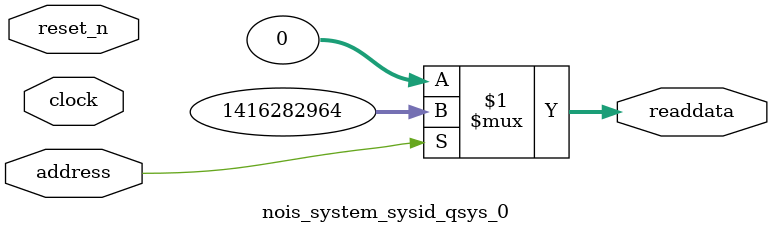
<source format=v>

`timescale 1ns / 1ps
// synthesis translate_on

// turn off superfluous verilog processor warnings 
// altera message_level Level1 
// altera message_off 10034 10035 10036 10037 10230 10240 10030 

module nois_system_sysid_qsys_0 (
               // inputs:
                address,
                clock,
                reset_n,

               // outputs:
                readdata
             )
;

  output  [ 31: 0] readdata;
  input            address;
  input            clock;
  input            reset_n;

  wire    [ 31: 0] readdata;
  //control_slave, which is an e_avalon_slave
  assign readdata = address ? 1416282964 : 0;

endmodule




</source>
